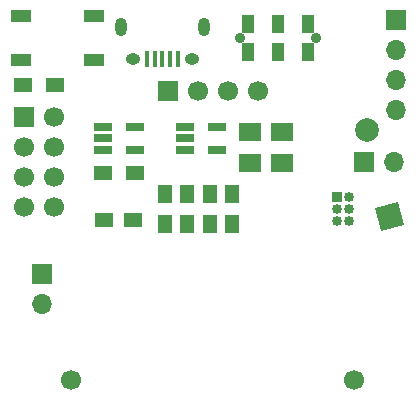
<source format=gbs>
G04 #@! TF.FileFunction,Soldermask,Bot*
%FSLAX46Y46*%
G04 Gerber Fmt 4.6, Leading zero omitted, Abs format (unit mm)*
G04 Created by KiCad (PCBNEW 4.0.6) date 10/02/17 14:09:37*
%MOMM*%
%LPD*%
G01*
G04 APERTURE LIST*
%ADD10C,0.100000*%
%ADD11R,1.700000X1.700000*%
%ADD12C,1.700000*%
%ADD13O,1.700000X1.700000*%
%ADD14C,2.000000*%
%ADD15R,1.250000X1.500000*%
%ADD16R,1.500000X1.250000*%
%ADD17R,0.400000X1.350000*%
%ADD18O,1.250000X0.950000*%
%ADD19O,1.000000X1.550000*%
%ADD20R,1.500000X1.300000*%
%ADD21R,1.800000X1.100000*%
%ADD22R,1.560000X0.650000*%
%ADD23R,1.950000X1.500000*%
%ADD24C,0.900000*%
%ADD25R,1.000000X1.600000*%
%ADD26R,0.850000X0.850000*%
%ADD27O,0.850000X0.850000*%
G04 APERTURE END LIST*
D10*
D11*
X135500000Y-62690000D03*
D12*
X138040000Y-62690000D03*
X135500000Y-65230000D03*
X138040000Y-65230000D03*
X135500000Y-67770000D03*
X138040000Y-67770000D03*
X135500000Y-70310000D03*
X138040000Y-70310000D03*
D11*
X137000000Y-76000000D03*
D13*
X137000000Y-78540000D03*
D10*
G36*
X167691770Y-71848143D02*
X165759918Y-72365781D01*
X165242280Y-70433929D01*
X167174132Y-69916291D01*
X167691770Y-71848143D01*
X167691770Y-71848143D01*
G37*
D14*
X164500000Y-63800000D03*
D15*
X149300000Y-69250000D03*
X149300000Y-71750000D03*
X147446197Y-69247797D03*
X147446197Y-71747797D03*
X151200000Y-69250000D03*
X151200000Y-71750000D03*
X153100000Y-69250000D03*
X153100000Y-71750000D03*
D16*
X142250000Y-71400000D03*
X144750000Y-71400000D03*
D17*
X145900000Y-57750000D03*
X146550000Y-57750000D03*
X147200000Y-57750000D03*
X147850000Y-57750000D03*
X148500000Y-57750000D03*
D18*
X144700000Y-57750000D03*
X149700000Y-57750000D03*
D19*
X143700000Y-55050000D03*
X150700000Y-55050000D03*
D11*
X164300000Y-66500000D03*
D13*
X166840000Y-66500000D03*
D20*
X138150000Y-60000000D03*
X135450000Y-60000000D03*
X142150000Y-67400000D03*
X144850000Y-67400000D03*
D21*
X135200000Y-57850000D03*
X141400000Y-57850000D03*
X135200000Y-54150000D03*
X141400000Y-54150000D03*
D22*
X142150000Y-65450000D03*
X142150000Y-64500000D03*
X142150000Y-63550000D03*
X144850000Y-63550000D03*
X144850000Y-65450000D03*
X149150000Y-65450000D03*
X149150000Y-64500000D03*
X149150000Y-63550000D03*
X151850000Y-63550000D03*
X151850000Y-65450000D03*
D23*
X154625000Y-64000000D03*
X157375000Y-64000000D03*
X154625000Y-66600000D03*
X157375000Y-66600000D03*
D24*
X160200000Y-56000000D03*
X153800000Y-56000000D03*
D25*
X159500000Y-57200000D03*
X157000000Y-57200000D03*
X154500000Y-57200000D03*
X159500000Y-54800000D03*
X154500000Y-54800000D03*
X157000000Y-54800000D03*
D26*
X162000000Y-69500000D03*
D27*
X163000000Y-69500000D03*
X162000000Y-70500000D03*
X163000000Y-70500000D03*
X162000000Y-71500000D03*
X163000000Y-71500000D03*
D11*
X147660000Y-60500000D03*
D12*
X150200000Y-60500000D03*
X152740000Y-60500000D03*
X155280000Y-60500000D03*
X139460000Y-85000000D03*
X163460000Y-85000000D03*
D11*
X167000000Y-54500000D03*
D13*
X167000000Y-57040000D03*
X167000000Y-59580000D03*
X167000000Y-62120000D03*
M02*

</source>
